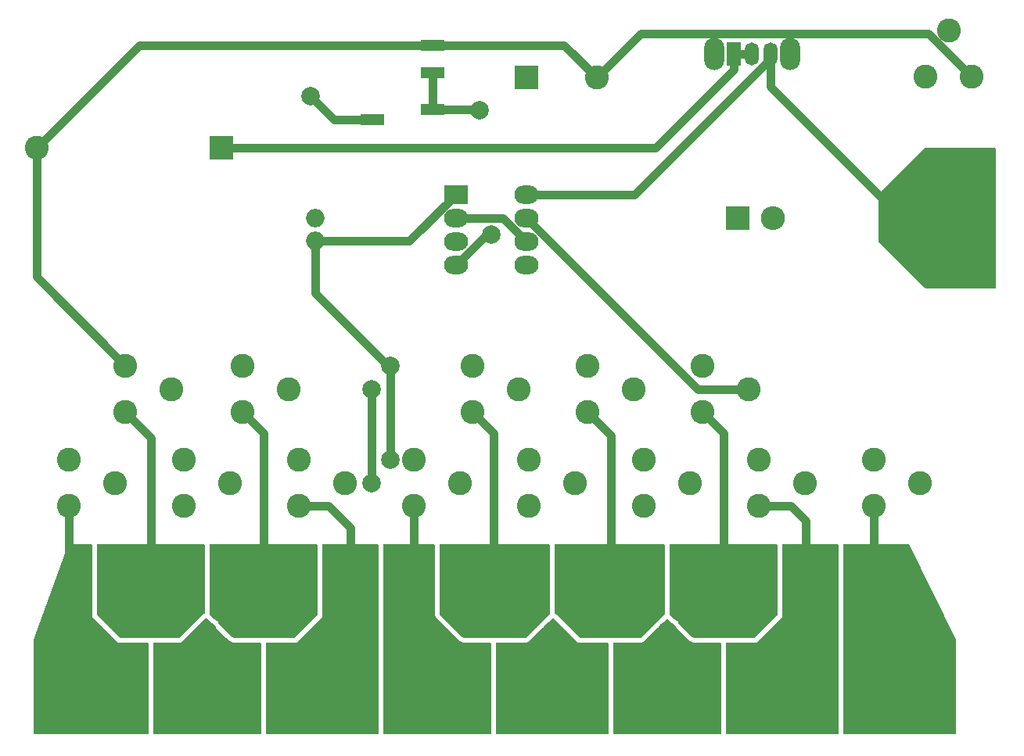
<source format=gbr>
%TF.GenerationSoftware,KiCad,Pcbnew,7.0.10*%
%TF.CreationDate,2024-02-14T13:14:13+01:00*%
%TF.ProjectId,stylophone,7374796c-6f70-4686-9f6e-652e6b696361,rev?*%
%TF.SameCoordinates,Original*%
%TF.FileFunction,Copper,L1,Top*%
%TF.FilePolarity,Positive*%
%FSLAX46Y46*%
G04 Gerber Fmt 4.6, Leading zero omitted, Abs format (unit mm)*
G04 Created by KiCad (PCBNEW 7.0.10) date 2024-02-14 13:14:13*
%MOMM*%
%LPD*%
G01*
G04 APERTURE LIST*
%TA.AperFunction,ComponentPad*%
%ADD10C,2.600000*%
%TD*%
%TA.AperFunction,ComponentPad*%
%ADD11O,2.200000X3.500000*%
%TD*%
%TA.AperFunction,ComponentPad*%
%ADD12R,1.500000X2.500000*%
%TD*%
%TA.AperFunction,ComponentPad*%
%ADD13O,1.500000X2.500000*%
%TD*%
%TA.AperFunction,SMDPad,CuDef*%
%ADD14R,2.500000X1.200000*%
%TD*%
%TA.AperFunction,ComponentPad*%
%ADD15R,2.600000X2.600000*%
%TD*%
%TA.AperFunction,ComponentPad*%
%ADD16O,2.000000X2.000000*%
%TD*%
%TA.AperFunction,ComponentPad*%
%ADD17R,2.600000X2.000000*%
%TD*%
%TA.AperFunction,ComponentPad*%
%ADD18O,2.600000X2.000000*%
%TD*%
%TA.AperFunction,ComponentPad*%
%ADD19O,2.600000X2.600000*%
%TD*%
%TA.AperFunction,ViaPad*%
%ADD20C,2.000000*%
%TD*%
%TA.AperFunction,Conductor*%
%ADD21C,0.900000*%
%TD*%
G04 APERTURE END LIST*
D10*
%TO.P,RV_G1,1,1*%
%TO.N,/G*%
X81574000Y-79462000D03*
%TO.P,RV_G1,2,2*%
%TO.N,/DIS*%
X86574000Y-76962000D03*
%TO.P,RV_G1,3,3*%
%TO.N,/GND*%
X81574000Y-74462000D03*
%TD*%
%TO.P,RV_F#1,1,1*%
%TO.N,/F#*%
X75478000Y-69302000D03*
%TO.P,RV_F#1,2,2*%
%TO.N,/DIS*%
X80478000Y-66802000D03*
%TO.P,RV_F#1,3,3*%
%TO.N,/GND*%
X75478000Y-64302000D03*
%TD*%
%TO.P,RV_G#1,1,1*%
%TO.N,/G#*%
X87924000Y-69302000D03*
%TO.P,RV_G#1,2,2*%
%TO.N,/DIS*%
X92924000Y-66802000D03*
%TO.P,RV_G#1,3,3*%
%TO.N,/GND*%
X87924000Y-64302000D03*
%TD*%
D11*
%TO.P,SW1,*%
%TO.N,*%
X101600000Y-30480000D03*
X109800000Y-30480000D03*
D12*
%TO.P,SW1,1,A*%
%TO.N,/VCC*%
X103700000Y-30480000D03*
D13*
%TO.P,SW1,2,A*%
X105700000Y-30480000D03*
%TO.P,SW1,3,B*%
%TO.N,/VCC_Sw*%
X107700000Y-30480000D03*
%TD*%
D10*
%TO.P,RV_E1,1,1*%
%TO.N,/E*%
X56682000Y-79462000D03*
%TO.P,RV_E1,2,2*%
%TO.N,/DIS*%
X61682000Y-76962000D03*
%TO.P,RV_E1,3,3*%
%TO.N,/GND*%
X56682000Y-74462000D03*
%TD*%
%TO.P,RV2,1,1*%
%TO.N,/GND*%
X129500000Y-32940000D03*
%TO.P,RV2,2,2*%
%TO.N,/Q*%
X127000000Y-27940000D03*
%TO.P,RV2,3,3*%
%TO.N,unconnected-(RV2-Pad3)*%
X124500000Y-32940000D03*
%TD*%
%TO.P,RV_C#1,1,1*%
%TO.N,/C#*%
X37886000Y-69302000D03*
%TO.P,RV_C#1,2,2*%
%TO.N,/DIS*%
X42886000Y-66802000D03*
%TO.P,RV_C#1,3,3*%
%TO.N,/GND*%
X37886000Y-64302000D03*
%TD*%
D14*
%TO.P,J1,R1*%
%TO.N,/Q*%
X71120000Y-32540000D03*
%TO.P,J1,R2*%
%TO.N,/GND*%
X71120000Y-29540000D03*
%TO.P,J1,S*%
%TO.N,Net-(BZ1--)*%
X64620000Y-37640000D03*
%TO.P,J1,T*%
%TO.N,/Q*%
X71120000Y-36540000D03*
%TD*%
D10*
%TO.P,RV_F1,1,1*%
%TO.N,/F*%
X69128000Y-79462000D03*
%TO.P,RV_F1,2,2*%
%TO.N,/DIS*%
X74128000Y-76962000D03*
%TO.P,RV_F1,3,3*%
%TO.N,/GND*%
X69128000Y-74462000D03*
%TD*%
D15*
%TO.P,BZ1,1,-*%
%TO.N,Net-(BZ1--)*%
X81280000Y-33020000D03*
D10*
%TO.P,BZ1,2,+*%
%TO.N,/GND*%
X88880000Y-33020000D03*
%TD*%
%TO.P,RV_B1,1,1*%
%TO.N,/B*%
X106466000Y-79462000D03*
%TO.P,RV_B1,2,2*%
%TO.N,/DIS*%
X111466000Y-76962000D03*
%TO.P,RV_B1,3,3*%
%TO.N,/GND*%
X106466000Y-74462000D03*
%TD*%
D16*
%TO.P,C1,1*%
%TO.N,/GND*%
X58420000Y-50760000D03*
%TO.P,C1,2*%
%TO.N,Net-(U1-THR)*%
X58420000Y-48260000D03*
%TD*%
D17*
%TO.P,U1,1,GND*%
%TO.N,/GND*%
X73660000Y-45720000D03*
D18*
%TO.P,U1,2,TR*%
%TO.N,Net-(U1-THR)*%
X73660000Y-48260000D03*
%TO.P,U1,3,Q*%
%TO.N,/Q*%
X73660000Y-50800000D03*
%TO.P,U1,4,R*%
%TO.N,/VCC_Sw*%
X73660000Y-53340000D03*
%TO.P,U1,5,CV*%
%TO.N,unconnected-(U1-CV-Pad5)*%
X81280000Y-53340000D03*
%TO.P,U1,6,THR*%
%TO.N,Net-(U1-THR)*%
X81280000Y-50800000D03*
%TO.P,U1,7,DIS*%
%TO.N,/DIS*%
X81280000Y-48260000D03*
%TO.P,U1,8,VCC*%
%TO.N,/VCC_Sw*%
X81280000Y-45720000D03*
%TD*%
D10*
%TO.P,RV_D1,1,1*%
%TO.N,/D*%
X44236000Y-79462000D03*
%TO.P,RV_D1,2,2*%
%TO.N,/DIS*%
X49236000Y-76962000D03*
%TO.P,RV_D1,3,3*%
%TO.N,/GND*%
X44236000Y-74462000D03*
%TD*%
%TO.P,RV_A#1,1,1*%
%TO.N,/A#*%
X100370000Y-69302000D03*
%TO.P,RV_A#1,2,2*%
%TO.N,/DIS*%
X105370000Y-66802000D03*
%TO.P,RV_A#1,3,3*%
%TO.N,/GND*%
X100370000Y-64302000D03*
%TD*%
%TO.P,RV_C1,1,1*%
%TO.N,/C*%
X31790000Y-79462000D03*
%TO.P,RV_C1,2,2*%
%TO.N,/DIS*%
X36790000Y-76962000D03*
%TO.P,RV_C1,3,3*%
%TO.N,/GND*%
X31790000Y-74462000D03*
%TD*%
%TO.P,RV_C2,1,1*%
%TO.N,/C2*%
X118912000Y-79462000D03*
%TO.P,RV_C2,2,2*%
%TO.N,/DIS*%
X123912000Y-76962000D03*
%TO.P,RV_C2,3,3*%
%TO.N,/GND*%
X118912000Y-74462000D03*
%TD*%
D15*
%TO.P,BT1,1,+*%
%TO.N,/VCC*%
X48260000Y-40640000D03*
D10*
%TO.P,BT1,2,-*%
%TO.N,/GND*%
X28260000Y-40640000D03*
%TD*%
%TO.P,RV_A1,1,1*%
%TO.N,/A*%
X94020000Y-79462000D03*
%TO.P,RV_A1,2,2*%
%TO.N,/DIS*%
X99020000Y-76962000D03*
%TO.P,RV_A1,3,3*%
%TO.N,/GND*%
X94020000Y-74462000D03*
%TD*%
D15*
%TO.P,D1,1,K*%
%TO.N,Net-(BZ1--)*%
X104140000Y-48260000D03*
D19*
%TO.P,D1,2,A*%
%TO.N,/Q*%
X107950000Y-48260000D03*
%TD*%
D10*
%TO.P,RV_D#1,1,1*%
%TO.N,/D#*%
X50586000Y-69302000D03*
%TO.P,RV_D#1,2,2*%
%TO.N,/DIS*%
X55586000Y-66802000D03*
%TO.P,RV_D#1,3,3*%
%TO.N,/GND*%
X50586000Y-64302000D03*
%TD*%
D20*
%TO.N,Net-(BZ1--)*%
X57912000Y-35052000D03*
%TO.N,/A*%
X96520000Y-92964000D03*
%TO.N,/D*%
X46736000Y-92964000D03*
%TO.N,/G*%
X84074000Y-92964000D03*
%TO.N,/GND*%
X66548000Y-74422000D03*
X66548000Y-64262000D03*
%TO.N,/Q*%
X76200000Y-36576000D03*
%TO.N,/DIS*%
X64516000Y-66802000D03*
X64516000Y-76962000D03*
%TO.N,/VCC_Sw*%
X121920000Y-48260000D03*
X77470000Y-50038000D03*
%TD*%
D21*
%TO.N,/A#*%
X102616000Y-71548000D02*
X102616000Y-86868000D01*
X100370000Y-69302000D02*
X102616000Y-71548000D01*
%TO.N,/G#*%
X90424000Y-71802000D02*
X90424000Y-86360000D01*
X87924000Y-69302000D02*
X90424000Y-71802000D01*
%TO.N,/F#*%
X77724000Y-71548000D02*
X77724000Y-86360000D01*
X75478000Y-69302000D02*
X77724000Y-71548000D01*
%TO.N,Net-(BZ1--)*%
X60500000Y-37640000D02*
X64620000Y-37640000D01*
X57912000Y-35052000D02*
X60500000Y-37640000D01*
%TO.N,/B*%
X109942000Y-79462000D02*
X111506000Y-81026000D01*
X111506000Y-81026000D02*
X111506000Y-88392000D01*
X106466000Y-79462000D02*
X109942000Y-79462000D01*
%TO.N,/C#*%
X40640000Y-72056000D02*
X40640000Y-86360000D01*
X37886000Y-69302000D02*
X40640000Y-72056000D01*
%TO.N,/C*%
X31790000Y-88860000D02*
X31750000Y-88900000D01*
X31790000Y-79462000D02*
X31790000Y-88860000D01*
%TO.N,/C2*%
X118912000Y-79462000D02*
X118912000Y-88432000D01*
X118912000Y-88432000D02*
X120650000Y-90170000D01*
%TO.N,/D#*%
X52832000Y-71548000D02*
X52832000Y-87376000D01*
X50586000Y-69302000D02*
X52832000Y-71548000D01*
%TO.N,/E*%
X62230000Y-81788000D02*
X62230000Y-88392000D01*
X59904000Y-79462000D02*
X62230000Y-81788000D01*
X56682000Y-79462000D02*
X59904000Y-79462000D01*
%TO.N,/F*%
X69128000Y-86828000D02*
X68580000Y-87376000D01*
X69128000Y-79462000D02*
X69128000Y-86828000D01*
%TO.N,/VCC*%
X95290000Y-40640000D02*
X103700000Y-32230000D01*
X48260000Y-40640000D02*
X95290000Y-40640000D01*
X103700000Y-30480000D02*
X105700000Y-30480000D01*
X103700000Y-32230000D02*
X103700000Y-30480000D01*
%TO.N,/GND*%
X28260000Y-54676000D02*
X28260000Y-40640000D01*
X58420000Y-56388000D02*
X58420000Y-50760000D01*
X39360000Y-29540000D02*
X71120000Y-29540000D01*
X58420000Y-50760000D02*
X68620000Y-50760000D01*
X28260000Y-40640000D02*
X39360000Y-29540000D01*
X66294000Y-64262000D02*
X58420000Y-56388000D01*
X85400000Y-29540000D02*
X71120000Y-29540000D01*
X68620000Y-50760000D02*
X73660000Y-45720000D01*
X124840000Y-28280000D02*
X93620000Y-28280000D01*
X93620000Y-28280000D02*
X88880000Y-33020000D01*
X66548000Y-74422000D02*
X66548000Y-64262000D01*
X88880000Y-33020000D02*
X85400000Y-29540000D01*
X129500000Y-32940000D02*
X124840000Y-28280000D01*
X37886000Y-64302000D02*
X28260000Y-54676000D01*
%TO.N,Net-(U1-THR)*%
X73660000Y-48260000D02*
X78740000Y-48260000D01*
X78740000Y-48260000D02*
X81280000Y-50800000D01*
%TO.N,/Q*%
X71120000Y-36540000D02*
X71120000Y-32540000D01*
X76200000Y-36576000D02*
X76164000Y-36540000D01*
X76164000Y-36540000D02*
X71120000Y-36540000D01*
%TO.N,/DIS*%
X105370000Y-66802000D02*
X99822000Y-66802000D01*
X99822000Y-66802000D02*
X81280000Y-48260000D01*
X64516000Y-66802000D02*
X64516000Y-76962000D01*
%TO.N,/VCC_Sw*%
X76962000Y-50038000D02*
X77470000Y-50038000D01*
X81280000Y-45720000D02*
X92960000Y-45720000D01*
X92960000Y-45720000D02*
X107700000Y-30980000D01*
X107700000Y-30980000D02*
X107700000Y-30480000D01*
X107700000Y-34040000D02*
X107700000Y-30480000D01*
X73660000Y-53340000D02*
X76962000Y-50038000D01*
X121920000Y-48260000D02*
X107700000Y-34040000D01*
%TD*%
%TA.AperFunction,Conductor*%
%TO.N,/C#*%
G36*
X46425039Y-83585685D02*
G01*
X46470794Y-83638489D01*
X46482000Y-83690000D01*
X46482000Y-91023841D01*
X46462315Y-91090880D01*
X46409511Y-91136635D01*
X46401335Y-91140022D01*
X46363946Y-91153967D01*
X46363935Y-91153972D01*
X46304576Y-91186384D01*
X46303102Y-91187154D01*
X46302619Y-91187452D01*
X46187436Y-91273678D01*
X46187424Y-91273688D01*
X43771434Y-93689681D01*
X43710111Y-93723166D01*
X43683753Y-93726000D01*
X37342246Y-93726000D01*
X37275207Y-93706315D01*
X37254565Y-93689681D01*
X34831819Y-91266935D01*
X34798334Y-91205612D01*
X34795500Y-91179254D01*
X34795500Y-83690000D01*
X34815185Y-83622961D01*
X34867989Y-83577206D01*
X34919500Y-83566000D01*
X46358000Y-83566000D01*
X46425039Y-83585685D01*
G37*
%TD.AperFunction*%
%TD*%
%TA.AperFunction,Conductor*%
%TO.N,/D*%
G36*
X46675891Y-91602622D02*
G01*
X46720238Y-91631123D01*
X47075979Y-91986864D01*
X47075986Y-91986870D01*
X47075994Y-91986878D01*
X47131261Y-92034678D01*
X47159924Y-92056051D01*
X47159935Y-92056059D01*
X47221495Y-92095376D01*
X47221504Y-92095380D01*
X47221508Y-92095383D01*
X47266319Y-92119633D01*
X47273030Y-92123265D01*
X47290175Y-92134466D01*
X47404100Y-92223137D01*
X47419165Y-92237005D01*
X47516926Y-92343202D01*
X47529505Y-92359364D01*
X47656610Y-92553915D01*
X47662814Y-92561030D01*
X47678067Y-92581485D01*
X47678070Y-92581488D01*
X47678074Y-92581493D01*
X47725865Y-92636750D01*
X47725870Y-92636755D01*
X48817616Y-93728500D01*
X49136239Y-94047123D01*
X49136255Y-94047137D01*
X49136262Y-94047144D01*
X49176480Y-94083271D01*
X49176492Y-94083281D01*
X49176500Y-94083288D01*
X49197142Y-94099922D01*
X49241026Y-94131567D01*
X49371903Y-94191338D01*
X49438942Y-94211023D01*
X49438946Y-94211024D01*
X49478034Y-94216644D01*
X49507840Y-94224820D01*
X49529998Y-94233998D01*
X49530000Y-94234000D01*
X52456500Y-94234000D01*
X52523539Y-94253685D01*
X52569294Y-94306489D01*
X52580500Y-94358000D01*
X52580500Y-104016000D01*
X52560815Y-104083039D01*
X52508011Y-104128794D01*
X52456500Y-104140000D01*
X41015500Y-104140000D01*
X40948461Y-104120315D01*
X40902706Y-104067511D01*
X40891500Y-104016000D01*
X40891500Y-94358000D01*
X40911185Y-94290961D01*
X40963989Y-94245206D01*
X41015500Y-94234000D01*
X43942000Y-94234000D01*
X46544878Y-91631121D01*
X46606199Y-91597638D01*
X46675891Y-91602622D01*
G37*
%TD.AperFunction*%
%TD*%
%TA.AperFunction,Conductor*%
%TO.N,/F*%
G36*
X71319539Y-83585685D02*
G01*
X71365294Y-83638489D01*
X71376500Y-83690000D01*
X71376500Y-91134640D01*
X71379397Y-91188688D01*
X71379397Y-91188689D01*
X71382229Y-91215022D01*
X71382232Y-91215049D01*
X71390885Y-91268445D01*
X71390885Y-91268447D01*
X71392837Y-91273680D01*
X71441168Y-91403257D01*
X71474653Y-91464580D01*
X71560877Y-91579761D01*
X71560881Y-91579765D01*
X71560886Y-91579771D01*
X73709616Y-93728500D01*
X74028239Y-94047123D01*
X74028255Y-94047137D01*
X74028262Y-94047144D01*
X74068480Y-94083271D01*
X74068492Y-94083281D01*
X74068500Y-94083288D01*
X74089142Y-94099922D01*
X74133026Y-94131567D01*
X74263903Y-94191338D01*
X74330942Y-94211023D01*
X74330946Y-94211024D01*
X74370034Y-94216644D01*
X74399840Y-94224820D01*
X74421998Y-94233998D01*
X74422000Y-94234000D01*
X77348500Y-94234000D01*
X77415539Y-94253685D01*
X77461294Y-94306489D01*
X77472500Y-94358000D01*
X77472500Y-104016000D01*
X77452815Y-104083039D01*
X77400011Y-104128794D01*
X77348500Y-104140000D01*
X65907500Y-104140000D01*
X65840461Y-104120315D01*
X65794706Y-104067511D01*
X65783500Y-104016000D01*
X65783500Y-83690000D01*
X65803185Y-83622961D01*
X65855989Y-83577206D01*
X65907500Y-83566000D01*
X71252500Y-83566000D01*
X71319539Y-83585685D01*
G37*
%TD.AperFunction*%
%TD*%
%TA.AperFunction,Conductor*%
%TO.N,/A*%
G36*
X96563332Y-91706063D02*
G01*
X96607680Y-91734564D01*
X96859979Y-91986864D01*
X96859986Y-91986870D01*
X96859994Y-91986878D01*
X96915261Y-92034678D01*
X96943920Y-92056048D01*
X96943935Y-92056059D01*
X97005495Y-92095376D01*
X97005504Y-92095380D01*
X97005508Y-92095383D01*
X97050319Y-92119633D01*
X97057030Y-92123265D01*
X97074175Y-92134466D01*
X97188100Y-92223137D01*
X97203165Y-92237005D01*
X97300926Y-92343202D01*
X97313505Y-92359364D01*
X97440610Y-92553915D01*
X97446814Y-92561030D01*
X97462067Y-92581485D01*
X97462070Y-92581488D01*
X97462074Y-92581493D01*
X97509865Y-92636750D01*
X97509870Y-92636755D01*
X98537232Y-93664116D01*
X98920239Y-94047123D01*
X98920246Y-94047129D01*
X98920262Y-94047144D01*
X98960480Y-94083271D01*
X98960492Y-94083281D01*
X98960500Y-94083288D01*
X98981142Y-94099922D01*
X99025026Y-94131567D01*
X99155903Y-94191338D01*
X99222942Y-94211023D01*
X99222946Y-94211024D01*
X99262034Y-94216644D01*
X99291840Y-94224820D01*
X99313998Y-94233998D01*
X99314000Y-94234000D01*
X102240500Y-94234000D01*
X102307539Y-94253685D01*
X102353294Y-94306489D01*
X102364500Y-94358000D01*
X102364500Y-104016000D01*
X102344815Y-104083039D01*
X102292011Y-104128794D01*
X102240500Y-104140000D01*
X90799500Y-104140000D01*
X90732461Y-104120315D01*
X90686706Y-104067511D01*
X90675500Y-104016000D01*
X90675500Y-94358000D01*
X90695185Y-94290961D01*
X90747989Y-94245206D01*
X90799500Y-94234000D01*
X93725998Y-94234000D01*
X93726000Y-94234000D01*
X93726001Y-94233998D01*
X93726621Y-94233742D01*
X93754251Y-94225895D01*
X93755014Y-94225771D01*
X93755036Y-94225769D01*
X93808448Y-94217114D01*
X93943257Y-94166832D01*
X94004580Y-94133347D01*
X94119762Y-94047123D01*
X95530139Y-92636744D01*
X95577918Y-92581503D01*
X95593203Y-92561007D01*
X95596252Y-92558715D01*
X95619012Y-92523876D01*
X95619013Y-92523877D01*
X95726494Y-92359361D01*
X95739069Y-92343206D01*
X95811388Y-92264646D01*
X95836836Y-92237001D01*
X95851901Y-92223134D01*
X95965816Y-92134472D01*
X95982959Y-92123272D01*
X96008227Y-92109596D01*
X96034494Y-92095382D01*
X96096079Y-92056048D01*
X96124741Y-92034675D01*
X96180002Y-91986881D01*
X96432319Y-91734562D01*
X96493640Y-91701079D01*
X96563332Y-91706063D01*
G37*
%TD.AperFunction*%
%TD*%
%TA.AperFunction,Conductor*%
%TO.N,/A#*%
G36*
X108403539Y-83585685D02*
G01*
X108449294Y-83638489D01*
X108460500Y-83690000D01*
X108460500Y-91179254D01*
X108440815Y-91246293D01*
X108424181Y-91266935D01*
X106001435Y-93689681D01*
X105940112Y-93723166D01*
X105913754Y-93726000D01*
X99365362Y-93726000D01*
X99298323Y-93706315D01*
X99277681Y-93689681D01*
X97867304Y-92279304D01*
X97845931Y-92250642D01*
X97844177Y-92247402D01*
X97844173Y-92247393D01*
X97763853Y-92124454D01*
X97708166Y-92039217D01*
X97686557Y-92015744D01*
X97539744Y-91856262D01*
X97343509Y-91703526D01*
X97343508Y-91703525D01*
X97343505Y-91703523D01*
X97343499Y-91703519D01*
X97246099Y-91650809D01*
X97217436Y-91629436D01*
X96810319Y-91222319D01*
X96776834Y-91160996D01*
X96774000Y-91134638D01*
X96774000Y-83690000D01*
X96793685Y-83622961D01*
X96846489Y-83577206D01*
X96898000Y-83566000D01*
X108336500Y-83566000D01*
X108403539Y-83585685D01*
G37*
%TD.AperFunction*%
%TD*%
%TA.AperFunction,Conductor*%
%TO.N,/C2*%
G36*
X122671560Y-83585685D02*
G01*
X122715968Y-83635635D01*
X127749447Y-93954266D01*
X127762000Y-94008631D01*
X127762000Y-104016000D01*
X127742315Y-104083039D01*
X127689511Y-104128794D01*
X127638000Y-104140000D01*
X115691500Y-104140000D01*
X115624461Y-104120315D01*
X115578706Y-104067511D01*
X115567500Y-104016000D01*
X115567500Y-83690000D01*
X115587185Y-83622961D01*
X115639989Y-83577206D01*
X115691500Y-83566000D01*
X122604521Y-83566000D01*
X122671560Y-83585685D01*
G37*
%TD.AperFunction*%
%TD*%
%TA.AperFunction,Conductor*%
%TO.N,/D#*%
G36*
X58619539Y-83585685D02*
G01*
X58665294Y-83638489D01*
X58676500Y-83690000D01*
X58676500Y-91179254D01*
X58656815Y-91246293D01*
X58640181Y-91266935D01*
X56217435Y-93689681D01*
X56156112Y-93723166D01*
X56129754Y-93726000D01*
X49581362Y-93726000D01*
X49514323Y-93706315D01*
X49493681Y-93689681D01*
X48083304Y-92279304D01*
X48061931Y-92250642D01*
X48060177Y-92247402D01*
X48060173Y-92247393D01*
X47979853Y-92124454D01*
X47924166Y-92039217D01*
X47902557Y-92015744D01*
X47755744Y-91856262D01*
X47559509Y-91703526D01*
X47559508Y-91703525D01*
X47559505Y-91703523D01*
X47559499Y-91703519D01*
X47462099Y-91650809D01*
X47433436Y-91629436D01*
X47026319Y-91222319D01*
X46992834Y-91160996D01*
X46990000Y-91134638D01*
X46990000Y-83690000D01*
X47009685Y-83622961D01*
X47062489Y-83577206D01*
X47114000Y-83566000D01*
X58552500Y-83566000D01*
X58619539Y-83585685D01*
G37*
%TD.AperFunction*%
%TD*%
%TA.AperFunction,Conductor*%
%TO.N,/G#*%
G36*
X96209039Y-83585685D02*
G01*
X96254794Y-83638489D01*
X96266000Y-83690000D01*
X96266000Y-91134637D01*
X96246315Y-91201676D01*
X96229681Y-91222318D01*
X95822560Y-91629438D01*
X95793898Y-91650811D01*
X95704196Y-91699356D01*
X95696491Y-91703526D01*
X95696490Y-91703527D01*
X95500257Y-91856261D01*
X95331833Y-92039217D01*
X95195824Y-92247397D01*
X95194063Y-92250651D01*
X95172696Y-92279302D01*
X93762319Y-93689681D01*
X93700996Y-93723166D01*
X93674638Y-93726000D01*
X87126246Y-93726000D01*
X87059207Y-93706315D01*
X87038565Y-93689681D01*
X84622571Y-91273687D01*
X84622564Y-91273680D01*
X84569386Y-91230826D01*
X84538415Y-91205867D01*
X84538413Y-91205866D01*
X84494077Y-91177373D01*
X84494073Y-91177371D01*
X84494070Y-91177369D01*
X84447321Y-91153968D01*
X84396494Y-91128525D01*
X84345358Y-91080914D01*
X84328000Y-91017642D01*
X84328000Y-83690000D01*
X84347685Y-83622961D01*
X84400489Y-83577206D01*
X84452000Y-83566000D01*
X96142000Y-83566000D01*
X96209039Y-83585685D01*
G37*
%TD.AperFunction*%
%TD*%
%TA.AperFunction,Conductor*%
%TO.N,/E*%
G36*
X65221039Y-83585685D02*
G01*
X65266794Y-83638489D01*
X65278000Y-83690000D01*
X65278000Y-104016000D01*
X65258315Y-104083039D01*
X65205511Y-104128794D01*
X65154000Y-104140000D01*
X53210000Y-104140000D01*
X53142961Y-104120315D01*
X53097206Y-104067511D01*
X53086000Y-104016000D01*
X53086000Y-94358000D01*
X53105685Y-94290961D01*
X53158489Y-94245206D01*
X53210000Y-94234000D01*
X56388000Y-94234000D01*
X59182000Y-91440000D01*
X59182000Y-83690000D01*
X59201685Y-83622961D01*
X59254489Y-83577206D01*
X59306000Y-83566000D01*
X65154000Y-83566000D01*
X65221039Y-83585685D01*
G37*
%TD.AperFunction*%
%TD*%
%TA.AperFunction,Conductor*%
%TO.N,/C*%
G36*
X34233039Y-83585685D02*
G01*
X34278794Y-83638489D01*
X34290000Y-83690000D01*
X34290000Y-91440000D01*
X37084000Y-94234000D01*
X40262000Y-94234000D01*
X40329039Y-94253685D01*
X40374794Y-94306489D01*
X40386000Y-94358000D01*
X40386000Y-104016000D01*
X40366315Y-104083039D01*
X40313511Y-104128794D01*
X40262000Y-104140000D01*
X28064000Y-104140000D01*
X27996961Y-104120315D01*
X27951206Y-104067511D01*
X27940000Y-104016000D01*
X27940000Y-94001970D01*
X27947549Y-93959366D01*
X31720221Y-83647396D01*
X31761741Y-83591201D01*
X31827050Y-83566374D01*
X31836672Y-83566000D01*
X34166000Y-83566000D01*
X34233039Y-83585685D01*
G37*
%TD.AperFunction*%
%TD*%
%TA.AperFunction,Conductor*%
%TO.N,/G*%
G36*
X84220774Y-91602621D02*
G01*
X84265122Y-91631122D01*
X86868000Y-94234000D01*
X90046000Y-94234000D01*
X90113039Y-94253685D01*
X90158794Y-94306489D01*
X90170000Y-94358000D01*
X90170000Y-104016000D01*
X90150315Y-104083039D01*
X90097511Y-104128794D01*
X90046000Y-104140000D01*
X78102000Y-104140000D01*
X78034961Y-104120315D01*
X77989206Y-104067511D01*
X77978000Y-104016000D01*
X77978000Y-94358000D01*
X77997685Y-94290961D01*
X78050489Y-94245206D01*
X78102000Y-94234000D01*
X81279998Y-94234000D01*
X81280000Y-94234000D01*
X81280001Y-94233998D01*
X81280621Y-94233742D01*
X81308251Y-94225895D01*
X81309014Y-94225771D01*
X81309036Y-94225769D01*
X81362448Y-94217114D01*
X81497257Y-94166832D01*
X81558580Y-94133347D01*
X81673762Y-94047123D01*
X83084139Y-92636744D01*
X83131918Y-92581503D01*
X83147203Y-92561007D01*
X83150252Y-92558715D01*
X83173012Y-92523876D01*
X83173013Y-92523877D01*
X83280494Y-92359361D01*
X83293069Y-92343206D01*
X83333336Y-92299463D01*
X83390836Y-92237001D01*
X83405897Y-92223136D01*
X83519816Y-92134472D01*
X83536959Y-92123272D01*
X83562227Y-92109596D01*
X83588494Y-92095382D01*
X83650079Y-92056048D01*
X83678741Y-92034675D01*
X83734002Y-91986881D01*
X84089764Y-91631119D01*
X84151083Y-91597637D01*
X84220774Y-91602621D01*
G37*
%TD.AperFunction*%
%TD*%
%TA.AperFunction,Conductor*%
%TO.N,/B*%
G36*
X115005039Y-83585685D02*
G01*
X115050794Y-83638489D01*
X115062000Y-83690000D01*
X115062000Y-104016000D01*
X115042315Y-104083039D01*
X114989511Y-104128794D01*
X114938000Y-104140000D01*
X102994000Y-104140000D01*
X102926961Y-104120315D01*
X102881206Y-104067511D01*
X102870000Y-104016000D01*
X102870000Y-94358000D01*
X102889685Y-94290961D01*
X102942489Y-94245206D01*
X102994000Y-94234000D01*
X106172000Y-94234000D01*
X108966000Y-91440000D01*
X108966000Y-83690000D01*
X108985685Y-83622961D01*
X109038489Y-83577206D01*
X109090000Y-83566000D01*
X114938000Y-83566000D01*
X115005039Y-83585685D01*
G37*
%TD.AperFunction*%
%TD*%
%TA.AperFunction,Conductor*%
%TO.N,/F#*%
G36*
X83763039Y-83585685D02*
G01*
X83808794Y-83638489D01*
X83820000Y-83690000D01*
X83820000Y-91134637D01*
X83800315Y-91201676D01*
X83783681Y-91222318D01*
X83376560Y-91629438D01*
X83347898Y-91650811D01*
X83258196Y-91699356D01*
X83250491Y-91703526D01*
X83250490Y-91703527D01*
X83054257Y-91856261D01*
X82885833Y-92039217D01*
X82749824Y-92247397D01*
X82748063Y-92250651D01*
X82726696Y-92279302D01*
X81316319Y-93689681D01*
X81254996Y-93723166D01*
X81228638Y-93726000D01*
X74473362Y-93726000D01*
X74406323Y-93706315D01*
X74385681Y-93689681D01*
X71918319Y-91222319D01*
X71884834Y-91160996D01*
X71882000Y-91134638D01*
X71882000Y-83690000D01*
X71901685Y-83622961D01*
X71954489Y-83577206D01*
X72006000Y-83566000D01*
X83696000Y-83566000D01*
X83763039Y-83585685D01*
G37*
%TD.AperFunction*%
%TD*%
%TA.AperFunction,Conductor*%
%TO.N,/VCC_Sw*%
G36*
X132022539Y-40659685D02*
G01*
X132068294Y-40712489D01*
X132079500Y-40764000D01*
X132079500Y-55756000D01*
X132059815Y-55823039D01*
X132007011Y-55868794D01*
X131955500Y-55880000D01*
X124511362Y-55880000D01*
X124444323Y-55860315D01*
X124423681Y-55843681D01*
X119416319Y-50836319D01*
X119382834Y-50774996D01*
X119380000Y-50748638D01*
X119380000Y-45771362D01*
X119399685Y-45704323D01*
X119416319Y-45683681D01*
X124423681Y-40676319D01*
X124485004Y-40642834D01*
X124511362Y-40640000D01*
X131955500Y-40640000D01*
X132022539Y-40659685D01*
G37*
%TD.AperFunction*%
%TD*%
M02*

</source>
